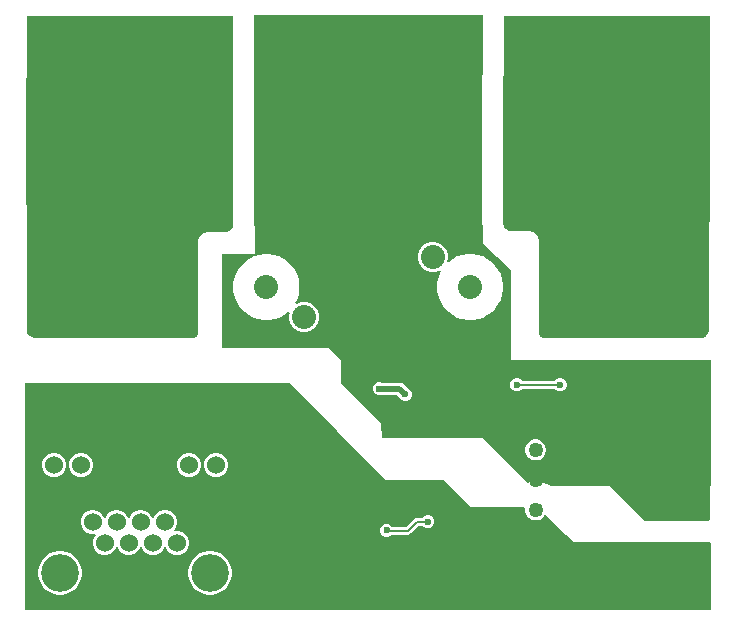
<source format=gbl>
G04*
G04 #@! TF.GenerationSoftware,Altium Limited,Altium Designer,23.10.1 (27)*
G04*
G04 Layer_Physical_Order=2*
G04 Layer_Color=16711680*
%FSLAX25Y25*%
%MOIN*%
G70*
G04*
G04 #@! TF.SameCoordinates,48329E4E-80D2-4777-9540-AAF0B2507E0B*
G04*
G04*
G04 #@! TF.FilePolarity,Positive*
G04*
G01*
G75*
%ADD12C,0.00600*%
%ADD52C,0.02000*%
G04:AMPARAMS|DCode=54|XSize=341mil|YSize=563mil|CornerRadius=17.05mil|HoleSize=0mil|Usage=FLASHONLY|Rotation=270.000|XOffset=0mil|YOffset=0mil|HoleType=Round|Shape=RoundedRectangle|*
%AMROUNDEDRECTD54*
21,1,0.34100,0.52890,0,0,270.0*
21,1,0.30690,0.56300,0,0,270.0*
1,1,0.03410,-0.26445,-0.15345*
1,1,0.03410,-0.26445,0.15345*
1,1,0.03410,0.26445,0.15345*
1,1,0.03410,0.26445,-0.15345*
%
%ADD54ROUNDEDRECTD54*%
%ADD55C,0.08000*%
%ADD56C,0.02500*%
%ADD57C,0.04940*%
%ADD58R,0.68750X0.68750*%
%ADD59C,0.06000*%
%ADD60C,0.12600*%
%ADD61C,0.08700*%
%ADD62C,0.02362*%
G36*
X70262Y130038D02*
X70262Y129782D01*
X70162Y129280D01*
X69966Y128807D01*
X69681Y128381D01*
X69319Y128019D01*
X68893Y127734D01*
X68420Y127538D01*
X67918Y127438D01*
X67661Y127438D01*
X61761D01*
X61438Y127423D01*
X60804Y127296D01*
X60206Y127049D01*
X59668Y126689D01*
X59211Y126232D01*
X58851Y125694D01*
X58604Y125096D01*
X58477Y124462D01*
X58461Y124138D01*
X58461Y95239D01*
X58461Y94963D01*
X58354Y94422D01*
X58143Y93912D01*
X57836Y93454D01*
X57446Y93064D01*
X56988Y92757D01*
X56478Y92546D01*
X55937Y92439D01*
X55661Y92439D01*
X3344D01*
X2572Y92758D01*
X1981Y93349D01*
X1661Y94121D01*
Y94538D01*
X1263Y178784D01*
X1616Y179139D01*
X70262D01*
X70262Y130038D01*
D02*
G37*
G36*
X229398Y179146D02*
X229000Y94900D01*
Y94482D01*
X228680Y93710D01*
X228090Y93120D01*
X227318Y92800D01*
X175000D01*
X174724Y92800D01*
X174183Y92908D01*
X173674Y93119D01*
X173215Y93425D01*
X172825Y93815D01*
X172519Y94274D01*
X172308Y94783D01*
X172200Y95324D01*
X172200Y95600D01*
X172200Y124500D01*
X172184Y124823D01*
X172058Y125458D01*
X171810Y126056D01*
X171451Y126593D01*
X170993Y127051D01*
X170456Y127410D01*
X169858Y127658D01*
X169223Y127784D01*
X168900Y127800D01*
X163000D01*
X162744Y127800D01*
X162242Y127900D01*
X161768Y128096D01*
X161343Y128380D01*
X160980Y128743D01*
X160696Y129168D01*
X160500Y129642D01*
X160400Y130144D01*
X160400Y130400D01*
X160400Y179500D01*
X229046D01*
X229398Y179146D01*
D02*
G37*
G36*
X153425Y180098D02*
X153366Y179500D01*
X153366Y130400D01*
X153366Y130144D01*
X153366Y130144D01*
X153366Y130144D01*
X153425Y129546D01*
Y124023D01*
X153300Y123900D01*
X162800Y114900D01*
Y84900D01*
X229480D01*
Y53440D01*
X229406Y31703D01*
X229090Y31263D01*
X229059Y31233D01*
X207450Y31178D01*
X196026Y42838D01*
X176151Y42915D01*
X175586Y43292D01*
X173862Y44006D01*
X172033Y44370D01*
X170167D01*
X168338Y44006D01*
X168328Y44002D01*
X167954Y44370D01*
X153220Y58900D01*
X119800D01*
X119500Y64000D01*
X106300Y76900D01*
Y84900D01*
X101900Y88900D01*
X66544D01*
Y120300D01*
X77506D01*
Y129659D01*
X77295Y129783D01*
X77295Y130039D01*
X77295Y179139D01*
X77175Y180361D01*
Y199908D01*
X106726Y199941D01*
X142589Y199980D01*
X153425D01*
Y180098D01*
D02*
G37*
G36*
X89116Y77192D02*
X121091Y44900D01*
X140324D01*
X149593Y35800D01*
X167338D01*
X167642Y35403D01*
X167630Y35357D01*
Y34443D01*
X167867Y33561D01*
X168323Y32769D01*
X168969Y32123D01*
X169761Y31666D01*
X170643Y31430D01*
X171557D01*
X172439Y31666D01*
X173231Y32123D01*
X173877Y32769D01*
X174043Y33057D01*
X174538Y33128D01*
X181286Y26675D01*
X183995Y24084D01*
X229077Y24199D01*
X229431Y23846D01*
Y1500D01*
X1020D01*
Y77300D01*
X69900D01*
X89116Y77192D01*
D02*
G37*
%LPC*%
G36*
X137458Y124200D02*
X136142D01*
X134870Y123859D01*
X133730Y123201D01*
X132799Y122270D01*
X132141Y121130D01*
X131800Y119858D01*
Y118542D01*
X132141Y117270D01*
X132799Y116130D01*
X133730Y115199D01*
X134870Y114541D01*
X136142Y114200D01*
X137458D01*
X138730Y114541D01*
X139275Y114855D01*
X139653Y114496D01*
X139106Y113423D01*
X138571Y111776D01*
X138300Y110066D01*
Y108334D01*
X138571Y106624D01*
X139106Y104978D01*
X139892Y103435D01*
X140910Y102034D01*
X142134Y100810D01*
X143535Y99792D01*
X145078Y99006D01*
X146724Y98471D01*
X148434Y98200D01*
X150166D01*
X151876Y98471D01*
X153523Y99006D01*
X155065Y99792D01*
X156466Y100810D01*
X157690Y102034D01*
X158708Y103435D01*
X159494Y104978D01*
X160029Y106624D01*
X160300Y108334D01*
Y110066D01*
X160029Y111776D01*
X159494Y113423D01*
X158708Y114965D01*
X157690Y116366D01*
X156466Y117590D01*
X155065Y118608D01*
X153523Y119394D01*
X151876Y119929D01*
X150166Y120200D01*
X148434D01*
X146724Y119929D01*
X145078Y119394D01*
X143535Y118608D01*
X142134Y117590D01*
X142037Y117493D01*
X141588Y117752D01*
X141800Y118542D01*
Y119858D01*
X141459Y121130D01*
X140801Y122270D01*
X139870Y123201D01*
X138730Y123859D01*
X137458Y124200D01*
D02*
G37*
G36*
X82266Y120200D02*
X80534D01*
X78824Y119929D01*
X77178Y119394D01*
X75635Y118608D01*
X74234Y117590D01*
X73010Y116366D01*
X71992Y114965D01*
X71206Y113423D01*
X70671Y111776D01*
X70400Y110066D01*
Y108334D01*
X70671Y106624D01*
X71206Y104978D01*
X71992Y103435D01*
X73010Y102034D01*
X74234Y100810D01*
X75635Y99792D01*
X77178Y99006D01*
X78824Y98471D01*
X80534Y98200D01*
X82266D01*
X83976Y98471D01*
X85623Y99006D01*
X87165Y99792D01*
X88566Y100810D01*
X88663Y100907D01*
X89112Y100648D01*
X88900Y99858D01*
Y98542D01*
X89241Y97270D01*
X89899Y96130D01*
X90830Y95199D01*
X91970Y94541D01*
X93242Y94200D01*
X94558D01*
X95830Y94541D01*
X96970Y95199D01*
X97901Y96130D01*
X98559Y97270D01*
X98900Y98542D01*
Y99858D01*
X98559Y101130D01*
X97901Y102270D01*
X96970Y103201D01*
X95830Y103859D01*
X94558Y104200D01*
X93242D01*
X91970Y103859D01*
X91425Y103545D01*
X91047Y103904D01*
X91594Y104978D01*
X92129Y106624D01*
X92400Y108334D01*
Y110066D01*
X92129Y111776D01*
X91594Y113423D01*
X90808Y114965D01*
X89790Y116366D01*
X88566Y117590D01*
X87165Y118608D01*
X85623Y119394D01*
X83976Y119929D01*
X82266Y120200D01*
D02*
G37*
G36*
X179734Y78781D02*
X178866D01*
X178065Y78449D01*
X177541Y77925D01*
X166659D01*
X166136Y78449D01*
X165334Y78781D01*
X164466D01*
X163664Y78449D01*
X163051Y77836D01*
X162719Y77034D01*
Y76166D01*
X163051Y75365D01*
X163664Y74751D01*
X164466Y74419D01*
X165334D01*
X166136Y74751D01*
X166659Y75274D01*
X177541D01*
X178065Y74751D01*
X178866Y74419D01*
X179734D01*
X180535Y74751D01*
X181149Y75365D01*
X181481Y76166D01*
Y77034D01*
X181149Y77836D01*
X180535Y78449D01*
X179734Y78781D01*
D02*
G37*
G36*
X119434Y77481D02*
X118566D01*
X117764Y77149D01*
X117151Y76535D01*
X116819Y75734D01*
Y74866D01*
X117151Y74064D01*
X117764Y73451D01*
X118566Y73119D01*
X119434D01*
X119776Y73261D01*
X124857D01*
X125778Y72340D01*
X125851Y72164D01*
X126464Y71551D01*
X127266Y71219D01*
X128134D01*
X128936Y71551D01*
X129549Y72164D01*
X129881Y72966D01*
Y73834D01*
X129549Y74635D01*
X128936Y75249D01*
X128426Y75460D01*
X127144Y76742D01*
X126482Y77184D01*
X125702Y77339D01*
X119776D01*
X119434Y77481D01*
D02*
G37*
G36*
X171557Y58370D02*
X170643D01*
X169761Y58134D01*
X168969Y57677D01*
X168323Y57031D01*
X167867Y56239D01*
X167630Y55357D01*
Y54443D01*
X167867Y53561D01*
X168323Y52769D01*
X168969Y52123D01*
X169761Y51666D01*
X170643Y51430D01*
X171557D01*
X172439Y51666D01*
X173231Y52123D01*
X173877Y52769D01*
X174334Y53561D01*
X174570Y54443D01*
Y55357D01*
X174334Y56239D01*
X173877Y57031D01*
X173231Y57677D01*
X172439Y58134D01*
X171557Y58370D01*
D02*
G37*
G36*
X65127Y53900D02*
X64073D01*
X63056Y53627D01*
X62144Y53101D01*
X61399Y52356D01*
X60873Y51444D01*
X60600Y50427D01*
Y49373D01*
X60873Y48356D01*
X61399Y47444D01*
X62144Y46699D01*
X63056Y46173D01*
X64073Y45900D01*
X65127D01*
X66144Y46173D01*
X67056Y46699D01*
X67801Y47444D01*
X68327Y48356D01*
X68600Y49373D01*
Y50427D01*
X68327Y51444D01*
X67801Y52356D01*
X67056Y53101D01*
X66144Y53627D01*
X65127Y53900D01*
D02*
G37*
G36*
X56127D02*
X55073D01*
X54056Y53627D01*
X53144Y53101D01*
X52399Y52356D01*
X51873Y51444D01*
X51600Y50427D01*
Y49373D01*
X51873Y48356D01*
X52399Y47444D01*
X53144Y46699D01*
X54056Y46173D01*
X55073Y45900D01*
X56127D01*
X57144Y46173D01*
X58056Y46699D01*
X58801Y47444D01*
X59327Y48356D01*
X59600Y49373D01*
Y50427D01*
X59327Y51444D01*
X58801Y52356D01*
X58056Y53101D01*
X57144Y53627D01*
X56127Y53900D01*
D02*
G37*
G36*
X20127D02*
X19073D01*
X18056Y53627D01*
X17144Y53101D01*
X16399Y52356D01*
X15873Y51444D01*
X15600Y50427D01*
Y49373D01*
X15873Y48356D01*
X16399Y47444D01*
X17144Y46699D01*
X18056Y46173D01*
X19073Y45900D01*
X20127D01*
X21144Y46173D01*
X22056Y46699D01*
X22801Y47444D01*
X23327Y48356D01*
X23600Y49373D01*
Y50427D01*
X23327Y51444D01*
X22801Y52356D01*
X22056Y53101D01*
X21144Y53627D01*
X20127Y53900D01*
D02*
G37*
G36*
X11127D02*
X10073D01*
X9056Y53627D01*
X8144Y53101D01*
X7399Y52356D01*
X6873Y51444D01*
X6600Y50427D01*
Y49373D01*
X6873Y48356D01*
X7399Y47444D01*
X8144Y46699D01*
X9056Y46173D01*
X10073Y45900D01*
X11127D01*
X12144Y46173D01*
X13056Y46699D01*
X13801Y47444D01*
X14327Y48356D01*
X14600Y49373D01*
Y50427D01*
X14327Y51444D01*
X13801Y52356D01*
X13056Y53101D01*
X12144Y53627D01*
X11127Y53900D01*
D02*
G37*
G36*
X48102Y34900D02*
X47048D01*
X46031Y34627D01*
X45119Y34101D01*
X44374Y33356D01*
X43848Y32444D01*
X43809Y32299D01*
X43291D01*
X43252Y32444D01*
X42726Y33356D01*
X41981Y34101D01*
X41069Y34627D01*
X40052Y34900D01*
X38998D01*
X37981Y34627D01*
X37069Y34101D01*
X36324Y33356D01*
X35798Y32444D01*
X35775Y32360D01*
X35275D01*
X35252Y32444D01*
X34726Y33356D01*
X33981Y34101D01*
X33069Y34627D01*
X32052Y34900D01*
X30998D01*
X29981Y34627D01*
X29069Y34101D01*
X28324Y33356D01*
X27798Y32444D01*
X27771Y32346D01*
X27254D01*
X27227Y32444D01*
X26701Y33356D01*
X25956Y34101D01*
X25044Y34627D01*
X24027Y34900D01*
X22973D01*
X21956Y34627D01*
X21044Y34101D01*
X20299Y33356D01*
X19773Y32444D01*
X19500Y31427D01*
Y30373D01*
X19773Y29356D01*
X20299Y28444D01*
X21044Y27699D01*
X21956Y27173D01*
X22973Y26900D01*
X24027D01*
X24210Y26949D01*
X24469Y26501D01*
X24324Y26356D01*
X23798Y25444D01*
X23525Y24427D01*
Y23373D01*
X23798Y22356D01*
X24324Y21444D01*
X25069Y20699D01*
X25981Y20173D01*
X26998Y19900D01*
X28052D01*
X29069Y20173D01*
X29981Y20699D01*
X30726Y21444D01*
X31252Y22356D01*
X31279Y22454D01*
X31796D01*
X31823Y22356D01*
X32349Y21444D01*
X33094Y20699D01*
X34006Y20173D01*
X35023Y19900D01*
X36077D01*
X37094Y20173D01*
X38006Y20699D01*
X38751Y21444D01*
X39277Y22356D01*
X39304Y22454D01*
X39821D01*
X39848Y22356D01*
X40374Y21444D01*
X41119Y20699D01*
X42031Y20173D01*
X43048Y19900D01*
X44102D01*
X45119Y20173D01*
X46031Y20699D01*
X46776Y21444D01*
X47302Y22356D01*
X47329Y22454D01*
X47846D01*
X47873Y22356D01*
X48399Y21444D01*
X49144Y20699D01*
X50056Y20173D01*
X51073Y19900D01*
X52127D01*
X53144Y20173D01*
X54056Y20699D01*
X54801Y21444D01*
X55327Y22356D01*
X55600Y23373D01*
Y24427D01*
X55327Y25444D01*
X54801Y26356D01*
X54056Y27101D01*
X53144Y27627D01*
X52127Y27900D01*
X51073D01*
X50890Y27851D01*
X50631Y28299D01*
X50776Y28444D01*
X51302Y29356D01*
X51575Y30373D01*
Y31427D01*
X51302Y32444D01*
X50776Y33356D01*
X50031Y34101D01*
X49119Y34627D01*
X48102Y34900D01*
D02*
G37*
G36*
X135634Y33181D02*
X134766D01*
X133965Y32849D01*
X133441Y32326D01*
X131500D01*
X130993Y32225D01*
X130563Y31937D01*
X127951Y29326D01*
X123353D01*
X123349Y29335D01*
X122736Y29949D01*
X121934Y30281D01*
X121066D01*
X120264Y29949D01*
X119651Y29335D01*
X119319Y28534D01*
Y27666D01*
X119651Y26864D01*
X120264Y26251D01*
X121066Y25919D01*
X121934D01*
X122736Y26251D01*
X123159Y26675D01*
X128500D01*
X129007Y26775D01*
X129437Y27063D01*
X132049Y29675D01*
X133441D01*
X133965Y29151D01*
X134766Y28819D01*
X135634D01*
X136435Y29151D01*
X137049Y29765D01*
X137381Y30566D01*
Y31434D01*
X137049Y32236D01*
X136435Y32849D01*
X135634Y33181D01*
D02*
G37*
G36*
X63319Y21200D02*
X61881D01*
X60471Y20920D01*
X59142Y20369D01*
X57946Y19570D01*
X56930Y18553D01*
X56131Y17358D01*
X55581Y16029D01*
X55300Y14619D01*
Y13181D01*
X55581Y11771D01*
X56131Y10442D01*
X56930Y9246D01*
X57946Y8230D01*
X59142Y7431D01*
X60471Y6881D01*
X61881Y6600D01*
X63319D01*
X64729Y6881D01*
X66058Y7431D01*
X67254Y8230D01*
X68270Y9246D01*
X69069Y10442D01*
X69620Y11771D01*
X69900Y13181D01*
Y14619D01*
X69620Y16029D01*
X69069Y17358D01*
X68270Y18553D01*
X67254Y19570D01*
X66058Y20369D01*
X64729Y20920D01*
X63319Y21200D01*
D02*
G37*
G36*
X13319D02*
X11881D01*
X10471Y20920D01*
X9142Y20369D01*
X7947Y19570D01*
X6930Y18553D01*
X6131Y17358D01*
X5581Y16029D01*
X5300Y14619D01*
Y13181D01*
X5581Y11771D01*
X6131Y10442D01*
X6930Y9246D01*
X7947Y8230D01*
X9142Y7431D01*
X10471Y6881D01*
X11881Y6600D01*
X13319D01*
X14729Y6881D01*
X16058Y7431D01*
X17254Y8230D01*
X18270Y9246D01*
X19069Y10442D01*
X19620Y11771D01*
X19900Y13181D01*
Y14619D01*
X19620Y16029D01*
X19069Y17358D01*
X18270Y18553D01*
X17254Y19570D01*
X16058Y20369D01*
X14729Y20920D01*
X13319Y21200D01*
D02*
G37*
%LPD*%
D12*
X164900Y76600D02*
X179231D01*
X131500Y31000D02*
X135200D01*
X128500Y28000D02*
X131500Y31000D01*
X121600Y28000D02*
X128500D01*
X121500Y28100D02*
X121600Y28000D01*
D52*
X119000Y75300D02*
X125702D01*
X127602Y73400D01*
X127700D01*
D54*
X200200Y109200D02*
D03*
X30500D02*
D03*
D55*
X136800Y119200D02*
D03*
X149300Y109200D02*
D03*
X136800Y99200D02*
D03*
X93900Y119200D02*
D03*
X81400Y109200D02*
D03*
X93900Y99200D02*
D03*
D56*
X226000Y123800D02*
D03*
Y119300D02*
D03*
Y114800D02*
D03*
Y110300D02*
D03*
Y105800D02*
D03*
Y101300D02*
D03*
Y96800D02*
D03*
X222500Y121300D02*
D03*
Y116800D02*
D03*
Y103300D02*
D03*
Y98800D02*
D03*
Y94300D02*
D03*
X219000Y123800D02*
D03*
Y119300D02*
D03*
Y96800D02*
D03*
X215000Y121300D02*
D03*
Y98800D02*
D03*
Y94300D02*
D03*
X211000Y123300D02*
D03*
Y118800D02*
D03*
Y96300D02*
D03*
X206500Y120800D02*
D03*
Y116300D02*
D03*
Y102800D02*
D03*
Y98300D02*
D03*
Y93800D02*
D03*
X202000Y123300D02*
D03*
Y118800D02*
D03*
Y114300D02*
D03*
Y109800D02*
D03*
Y105300D02*
D03*
Y100800D02*
D03*
Y96300D02*
D03*
X197500Y120800D02*
D03*
Y116300D02*
D03*
Y111800D02*
D03*
Y107300D02*
D03*
Y102800D02*
D03*
Y98300D02*
D03*
Y93800D02*
D03*
X193000Y123300D02*
D03*
Y118800D02*
D03*
Y114300D02*
D03*
Y109800D02*
D03*
Y105300D02*
D03*
Y100800D02*
D03*
Y96300D02*
D03*
X188500Y120800D02*
D03*
Y116300D02*
D03*
Y111800D02*
D03*
Y107300D02*
D03*
Y102800D02*
D03*
Y98300D02*
D03*
Y93800D02*
D03*
X184000Y123300D02*
D03*
Y118800D02*
D03*
Y114300D02*
D03*
Y109800D02*
D03*
Y105300D02*
D03*
Y100800D02*
D03*
Y96300D02*
D03*
X179500Y120800D02*
D03*
Y116300D02*
D03*
Y111800D02*
D03*
Y107300D02*
D03*
Y102800D02*
D03*
Y98300D02*
D03*
Y93800D02*
D03*
X175500Y122800D02*
D03*
Y118300D02*
D03*
Y113800D02*
D03*
Y109300D02*
D03*
Y104800D02*
D03*
Y100300D02*
D03*
Y95800D02*
D03*
X55200Y122600D02*
D03*
Y118100D02*
D03*
Y113600D02*
D03*
Y109100D02*
D03*
Y104600D02*
D03*
Y100100D02*
D03*
Y95600D02*
D03*
X51200Y124600D02*
D03*
Y120100D02*
D03*
Y115600D02*
D03*
Y111100D02*
D03*
Y106600D02*
D03*
Y102100D02*
D03*
Y97600D02*
D03*
X46700Y122100D02*
D03*
Y117600D02*
D03*
Y113100D02*
D03*
Y108600D02*
D03*
Y104100D02*
D03*
Y99600D02*
D03*
Y95100D02*
D03*
X42200Y124600D02*
D03*
Y120100D02*
D03*
Y115600D02*
D03*
Y111100D02*
D03*
Y106600D02*
D03*
Y102100D02*
D03*
Y97600D02*
D03*
X37700Y122100D02*
D03*
Y117600D02*
D03*
Y113100D02*
D03*
Y108600D02*
D03*
Y104100D02*
D03*
Y99600D02*
D03*
Y95100D02*
D03*
X33200Y124600D02*
D03*
Y120100D02*
D03*
Y115600D02*
D03*
Y111100D02*
D03*
Y106600D02*
D03*
Y102100D02*
D03*
Y97600D02*
D03*
X28700Y122100D02*
D03*
Y117600D02*
D03*
Y113100D02*
D03*
Y108600D02*
D03*
Y104100D02*
D03*
Y99600D02*
D03*
Y95100D02*
D03*
X24200Y124600D02*
D03*
Y120100D02*
D03*
Y115600D02*
D03*
Y102100D02*
D03*
Y97600D02*
D03*
X19700Y122100D02*
D03*
Y99600D02*
D03*
Y95100D02*
D03*
X15700Y124100D02*
D03*
Y119600D02*
D03*
Y97100D02*
D03*
X11700Y121600D02*
D03*
Y99100D02*
D03*
Y94600D02*
D03*
X8200Y124100D02*
D03*
Y119600D02*
D03*
Y115100D02*
D03*
Y101600D02*
D03*
Y97100D02*
D03*
X4700Y121600D02*
D03*
Y117100D02*
D03*
Y112600D02*
D03*
Y108100D02*
D03*
Y103600D02*
D03*
Y99100D02*
D03*
Y94600D02*
D03*
X100600Y61800D02*
D03*
X164900Y82500D02*
D03*
X179300D02*
D03*
X195100Y81900D02*
D03*
X133600Y35600D02*
D03*
X137200Y35700D02*
D03*
X127000Y23900D02*
D03*
X119500Y67400D02*
D03*
X139275Y4925D02*
D03*
X101430Y45568D02*
D03*
X117200Y118900D02*
D03*
X113800D02*
D03*
X137900Y72300D02*
D03*
X219700Y62400D02*
D03*
X117200Y122200D02*
D03*
X115500Y115800D02*
D03*
X113800Y122200D02*
D03*
X115300Y180800D02*
D03*
Y184100D02*
D03*
Y187600D02*
D03*
Y190900D02*
D03*
Y194200D02*
D03*
X18500Y71000D02*
D03*
X187160Y60762D02*
D03*
X186500Y72600D02*
D03*
X204900Y5500D02*
D03*
D57*
X171100Y24900D02*
D03*
Y34900D02*
D03*
Y44900D02*
D03*
Y54900D02*
D03*
D58*
X194800Y165200D02*
D03*
X35800D02*
D03*
D59*
X51600Y23900D02*
D03*
X47575Y30900D02*
D03*
X43575Y23900D02*
D03*
X39525Y30900D02*
D03*
X35550Y23900D02*
D03*
X31525Y30900D02*
D03*
X27525Y23900D02*
D03*
X23500Y30900D02*
D03*
X64600Y49900D02*
D03*
X55600D02*
D03*
X19600D02*
D03*
X10600D02*
D03*
D60*
X12600Y13900D02*
D03*
X62600D02*
D03*
D61*
X5600Y27400D02*
D03*
X69600D02*
D03*
D62*
X82700Y74800D02*
D03*
X179300Y76600D02*
D03*
X164900D02*
D03*
X135200Y31000D02*
D03*
X121500Y28100D02*
D03*
X119000Y75300D02*
D03*
X127700Y73400D02*
D03*
M02*

</source>
